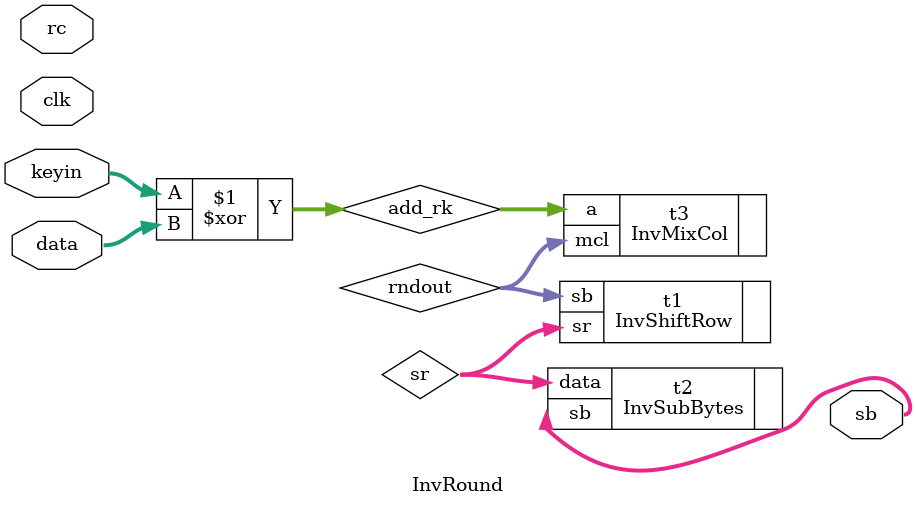
<source format=v>
`timescale 1ns / 1ps


module InvRound(
    input           clk,
    input [3:0]     rc,
    input [127:0]   data,
    input [127:0]   keyin,
    //output [127:0]  keyout,
    output [127:0]  sb
);


wire [127:0] rndout, sr, mcl, add_rk;

/*invKeyGeneration t0 (
    .rc(rc), 
    .key(keyin), 
    .keyout(keyout)
);*/

InvShiftRow t1(
    .sb(rndout), 
    .sr(sr)
);

InvSubBytes t2(
    .data(sr), 
    .sb(sb)
);

InvMixCol t3(
    .a(add_rk), 
    .mcl(rndout)
);


assign add_rk = keyin ^ data;

endmodule
</source>
